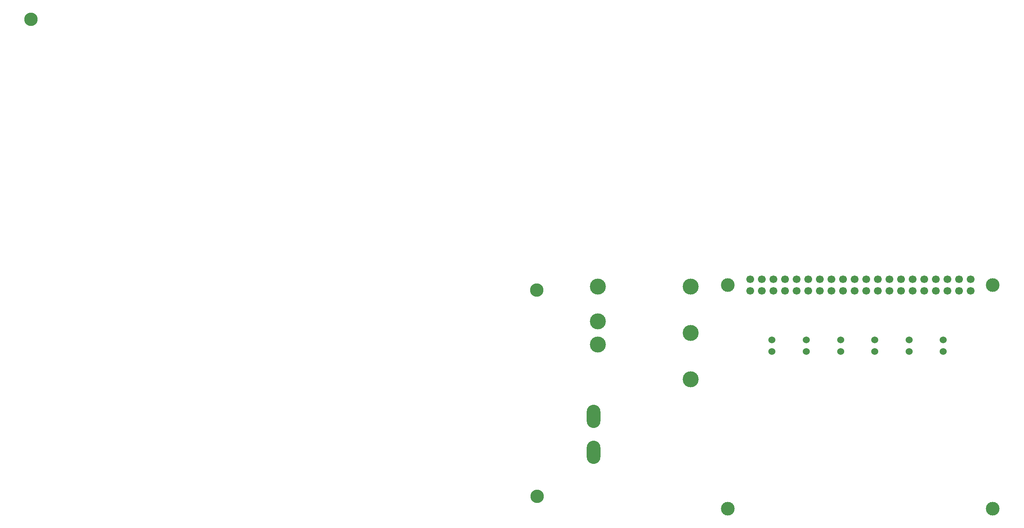
<source format=gbs>
G04 #@! TF.GenerationSoftware,KiCad,Pcbnew,7.0.7*
G04 #@! TF.CreationDate,2024-03-26T15:42:10-05:00*
G04 #@! TF.ProjectId,Hardware_2024,48617264-7761-4726-955f-323032342e6b,rev?*
G04 #@! TF.SameCoordinates,Original*
G04 #@! TF.FileFunction,Soldermask,Bot*
G04 #@! TF.FilePolarity,Negative*
%FSLAX46Y46*%
G04 Gerber Fmt 4.6, Leading zero omitted, Abs format (unit mm)*
G04 Created by KiCad (PCBNEW 7.0.7) date 2024-03-26 15:42:10*
%MOMM*%
%LPD*%
G01*
G04 APERTURE LIST*
%ADD10C,1.524000*%
%ADD11C,2.946400*%
%ADD12C,3.500000*%
%ADD13C,3.000000*%
%ADD14C,1.700000*%
%ADD15O,3.000000X5.100000*%
G04 APERTURE END LIST*
D10*
X166476000Y-74422000D03*
X166476000Y-76962000D03*
D11*
X4258120Y-4093280D03*
D10*
X188976000Y-74422000D03*
X188976000Y-76962000D03*
D11*
X4258120Y-4093280D03*
D12*
X128380000Y-75425000D03*
X128380000Y-70345000D03*
X128380000Y-62725000D03*
X148700000Y-62725000D03*
X148700000Y-72885000D03*
X148700000Y-83045000D03*
D10*
X196476000Y-74422000D03*
X196476000Y-76962000D03*
D11*
X115062000Y-108712000D03*
D10*
X203976000Y-74422000D03*
X203976000Y-76962000D03*
X181476000Y-74422000D03*
X181476000Y-76962000D03*
D13*
X156801000Y-62357000D03*
X156801000Y-111357000D03*
X214801000Y-62357000D03*
X214801000Y-111357000D03*
D14*
X161671000Y-63627000D03*
X161671000Y-61087000D03*
X164211000Y-63627000D03*
X164211000Y-61087000D03*
X166751000Y-63627000D03*
X166751000Y-61087000D03*
X169291000Y-63627000D03*
X169291000Y-61087000D03*
X171831000Y-63627000D03*
X171831000Y-61087000D03*
X174371000Y-63627000D03*
X174371000Y-61087000D03*
X176911000Y-63627000D03*
X176911000Y-61087000D03*
X179451000Y-63627000D03*
X179451000Y-61087000D03*
X181991000Y-63627000D03*
X181991000Y-61087000D03*
X184531000Y-63627000D03*
X184531000Y-61087000D03*
X187071000Y-63627000D03*
X187071000Y-61087000D03*
X189611000Y-63627000D03*
X189611000Y-61087000D03*
X192151000Y-63627000D03*
X192151000Y-61087000D03*
X194691000Y-63627000D03*
X194691000Y-61087000D03*
X197231000Y-63627000D03*
X197231000Y-61087000D03*
X199771000Y-63627000D03*
X199771000Y-61087000D03*
X202311000Y-63627000D03*
X202311000Y-61087000D03*
X204851000Y-63627000D03*
X204851000Y-61087000D03*
X207391000Y-63627000D03*
X207391000Y-61087000D03*
X209931000Y-63627000D03*
X209931000Y-61087000D03*
D11*
X114935000Y-63500000D03*
D10*
X173976000Y-74422000D03*
X173976000Y-76962000D03*
D15*
X127381000Y-91186000D03*
X127381000Y-99060000D03*
M02*

</source>
